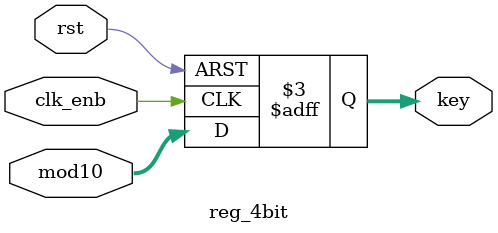
<source format=v>
`timescale 1ns / 1ps


module reg_4bit(
    input [3:0] mod10,
    input clk_enb,
    input rst,
    output reg[3:0]  key =4'b0000
    );
    always @(posedge clk_enb, posedge rst) begin
        if (rst) begin
            key =4'b0000;
        end
        else begin 
            key <= mod10;
        end
    end
endmodule

</source>
